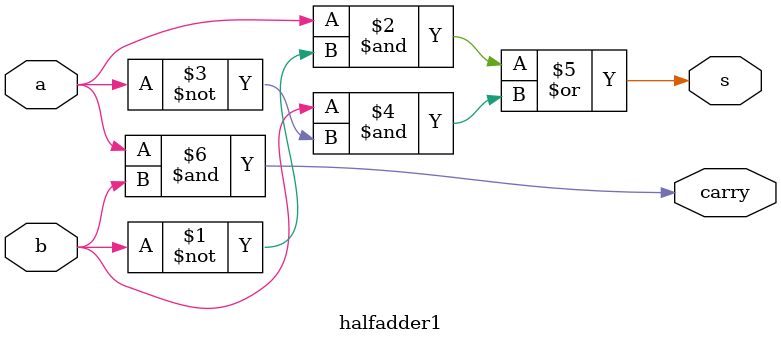
<source format=v>
module halfadder1(input a, b, output s, carry);
assign s=(a&~b) | (b&~a);
assign carry=a&b;
endmodule

</source>
